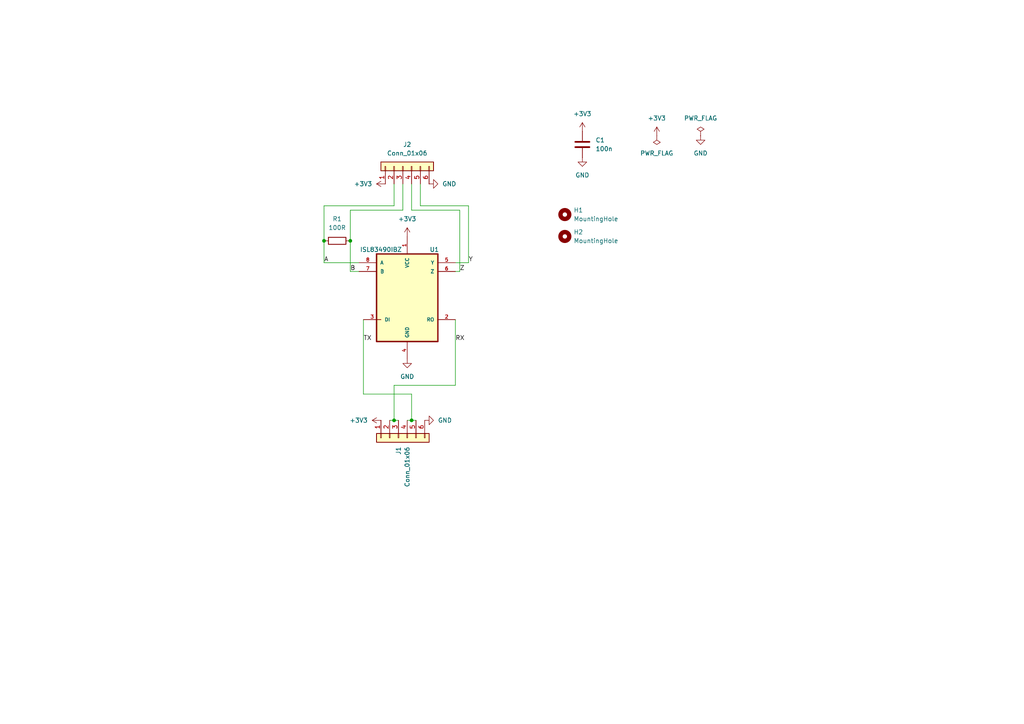
<source format=kicad_sch>
(kicad_sch (version 20231120) (generator "eeschema") (generator_version "8.0")
  (paper "A4")
  (lib_symbols
    (symbol "Connector_Generic:Conn_01x06" (pin_names (offset 1.016) hide)
      (property "Reference" "J" (at 0 7.62 0))
      (property "Value" "Conn_01x06" (at 0 -10.16 0))
      (symbol "Conn_01x06_1_1"
        (rectangle (start -1.27 -7.493) (end 0 -7.747) (stroke (width 0.1524)))
        (rectangle (start -1.27 -4.953) (end 0 -5.207) (stroke (width 0.1524)))
        (rectangle (start -1.27 -2.413) (end 0 -2.667) (stroke (width 0.1524)))
        (rectangle (start -1.27 0.127) (end 0 -0.127) (stroke (width 0.1524)))
        (rectangle (start -1.27 2.667) (end 0 2.413) (stroke (width 0.1524)))
        (rectangle (start -1.27 5.207) (end 0 4.953) (stroke (width 0.1524)))
        (rectangle (start -1.27 6.35) (end 1.27 -8.89) (stroke (width 0.254)) (fill (type background)))
        (pin passive line (at -5.08 5.08 0) (length 3.81) (name "Pin_1") (number "1"))
        (pin passive line (at -5.08 2.54 0) (length 3.81) (name "Pin_2") (number "2"))
        (pin passive line (at -5.08 0 0) (length 3.81) (name "Pin_3") (number "3"))
        (pin passive line (at -5.08 -2.54 0) (length 3.81) (name "Pin_4") (number "4"))
        (pin passive line (at -5.08 -5.08 0) (length 3.81) (name "Pin_5") (number "5"))
        (pin passive line (at -5.08 -7.62 0) (length 3.81) (name "Pin_6") (number "6"))
      )
    )
    (symbol "Device:C" (pin_numbers hide) (pin_names (offset 0.254))
      (property "Reference" "C" (at 0.635 2.54 0))
      (property "Value" "C" (at 0.635 -2.54 0))
      (symbol "C_0_1"
        (polyline (pts (xy -2.032 -0.762) (xy 2.032 -0.762)) (stroke (width 0.508)))
        (polyline (pts (xy -2.032 0.762) (xy 2.032 0.762)) (stroke (width 0.508)))
      )
      (symbol "C_1_1"
        (pin passive line (at 0 3.81 270) (length 2.794) (name "~") (number "1"))
        (pin passive line (at 0 -3.81 90) (length 2.794) (name "~") (number "2"))
      )
    )
    (symbol "Device:R" (pin_numbers hide) (pin_names (offset 0))
      (property "Reference" "R" (at 2.032 0 90))
      (property "Value" "R" (at 0 0 90))
      (symbol "R_0_1"
        (rectangle (start -1.016 -2.54) (end 1.016 2.54) (stroke (width 0.254)))
      )
      (symbol "R_1_1"
        (pin passive line (at 0 3.81 270) (length 1.27) (name "~") (number "1"))
        (pin passive line (at 0 -3.81 90) (length 1.27) (name "~") (number "2"))
      )
    )
    (symbol "Mechanical:MountingHole" (pin_names (offset 1.016)) (exclude_from_sim yes) (in_bom no)
      (property "Reference" "H" (at 0 5.08 0))
      (property "Value" "MountingHole" (at 0 3.175 0))
      (symbol "MountingHole_0_1"
        (circle (center 0 0) (radius 1.27) (stroke (width 1.27)))
      )
    )
    (symbol "local:ISL83490IBZ" (pin_names (offset 1.016))
      (property "Reference" "U" (at -7.6224 12.704 0))
      (property "Value" "ISL83490IBZ" (at -12.446 -15.24 0))
      (symbol "ISL83490IBZ_0_0"
        (rectangle (start -7.62 12.7) (end 10.16 -12.7) (stroke (width 0.41)) (fill (type background)))
        (pin power_in line (at 1.27 17.78 270) (length 5.08) (name "VCC") (number "1"))
        (pin output line (at 15.24 -6.35 180) (length 5.08) (name "RO") (number "2"))
        (pin input line (at -11.43 -6.35 0) (length 5.08) (name "DI") (number "3"))
        (pin power_in line (at 1.27 -17.78 90) (length 5.08) (name "GND") (number "4"))
        (pin output line (at 15.24 10.16 180) (length 5.08) (name "Y") (number "5"))
        (pin output line (at 15.24 7.62 180) (length 5.08) (name "Z") (number "6"))
        (pin input line (at -12.7 7.62 0) (length 5.08) (name "B") (number "7"))
        (pin input line (at -12.7 10.16 0) (length 5.08) (name "A") (number "8"))
      )
    )
    (symbol "power:+3V3" (power) (pin_numbers hide) (pin_names (offset 0) hide)
      (property "Value" "+3V3" (at 0 3.556 0))
      (symbol "+3V3_0_1"
        (polyline (pts (xy -0.762 1.27) (xy 0 2.54)))
        (polyline (pts (xy 0 0) (xy 0 2.54)))
        (polyline (pts (xy 0 2.54) (xy 0.762 1.27)))
      )
      (symbol "+3V3_1_1"
        (pin power_in line (at 0 0 90) (length 0) (name "~") (number "1"))
      )
    )
    (symbol "power:GND" (power) (pin_numbers hide) (pin_names (offset 0) hide)
      (property "Value" "GND" (at 0 -3.81 0))
      (symbol "GND_0_1"
        (polyline (pts (xy 0 0) (xy 0 -1.27) (xy 1.27 -1.27) (xy 0 -2.54) (xy -1.27 -1.27) (xy 0 -1.27)))
      )
      (symbol "GND_1_1"
        (pin power_in line (at 0 0 270) (length 0) (name "~") (number "1"))
      )
    )
    (symbol "power:PWR_FLAG" (power) (pin_numbers hide) (pin_names (offset 0) hide)
      (property "Value" "PWR_FLAG" (at 0 3.81 0))
      (symbol "PWR_FLAG_0_0"
        (pin power_out line (at 0 0 90) (length 0) (name "~") (number "1"))
      )
      (symbol "PWR_FLAG_0_1"
        (polyline (pts (xy 0 0) (xy 0 1.27) (xy -1.016 1.905) (xy 0 2.54) (xy 1.016 1.905) (xy 0 1.27)))
      )
    )
  )
  (junction (at 93.98 69.85))
  (junction (at 119.38 121.92))
  (junction (at 114.3 121.92))
  (junction (at 101.6 69.85))
  (wire (pts (xy 121.92 53.34) (xy 121.92 59.69)))
  (wire (pts (xy 101.6 78.74) (xy 104.14 78.74)))
  (wire (pts (xy 135.89 59.69) (xy 135.89 76.2)))
  (wire (pts (xy 101.6 69.85) (xy 101.6 78.74)))
  (wire (pts (xy 114.3 111.76) (xy 132.08 111.76)))
  (wire (pts (xy 132.08 78.74) (xy 133.35 78.74)))
  (wire (pts (xy 114.3 121.92) (xy 115.57 121.92)))
  (wire (pts (xy 105.41 114.3) (xy 119.38 114.3)))
  (wire (pts (xy 132.08 92.71) (xy 132.08 111.76)))
  (wire (pts (xy 133.35 60.96) (xy 133.35 78.74)))
  (wire (pts (xy 101.6 60.96) (xy 101.6 69.85)))
  (wire (pts (xy 116.84 53.34) (xy 116.84 60.96)))
  (wire (pts (xy 113.03 121.92) (xy 114.3 121.92)))
  (wire (pts (xy 114.3 59.69) (xy 93.98 59.69)))
  (wire (pts (xy 93.98 69.85) (xy 93.98 76.2)))
  (wire (pts (xy 118.11 121.92) (xy 119.38 121.92)))
  (wire (pts (xy 116.84 60.96) (xy 101.6 60.96)))
  (wire (pts (xy 114.3 53.34) (xy 114.3 59.69)))
  (wire (pts (xy 105.41 92.71) (xy 105.41 114.3)))
  (wire (pts (xy 121.92 59.69) (xy 135.89 59.69)))
  (wire (pts (xy 93.98 76.2) (xy 104.14 76.2)))
  (wire (pts (xy 114.3 111.76) (xy 114.3 121.92)))
  (wire (pts (xy 119.38 114.3) (xy 119.38 121.92)))
  (wire (pts (xy 119.38 53.34) (xy 119.38 60.96)))
  (wire (pts (xy 119.38 60.96) (xy 133.35 60.96)))
  (wire (pts (xy 119.38 121.92) (xy 120.65 121.92)))
  (wire (pts (xy 132.08 76.2) (xy 135.89 76.2)))
  (wire (pts (xy 93.98 59.69) (xy 93.98 69.85)))
  (label "TX" (at 105.41 99.06 0))
  (label "B" (at 101.6 78.74 0))
  (label "Y" (at 135.89 76.2 0))
  (label "A" (at 93.98 76.2 0))
  (label "Z" (at 133.35 78.74 0))
  (label "RX" (at 132.08 99.06 0))
  (symbol (lib_id "local:ISL83490IBZ") (at 116.84 86.36 0) (unit 1)
    (property "Reference" "U1" (at 125.984 72.39 0))
    (property "Value" "ISL83490IBZ" (at 110.49 72.39 0))
    (property "Footprint" "Package_SO:SOIC-8_3.9x4.9mm_P1.27mm" (effects (hide yes)))
  )
  (symbol (lib_id "power:+3V3") (at 118.11 68.58 0) (unit 1)
    (property "Reference" "#PWR02" (effects (hide yes)))
    (property "Value" "+3V3" (at 118.11 63.5 0))
    (property "Description" "Power symbol creates a global label with name \"+3V3\"" (effects (hide yes)))
  )
  (symbol (lib_id "power:+3V3") (at 111.76 53.34 90) (unit 1)
    (property "Reference" "#PWR07" (effects (hide yes)))
    (property "Value" "+3V3" (at 107.95 53.3399 90) (effects (justify left)))
    (property "Description" "Power symbol creates a global label with name \"+3V3\"" (effects (hide yes)))
  )
  (symbol (lib_id "power:+3V3") (at 110.49 121.92 90) (unit 1)
    (property "Reference" "#PWR06" (effects (hide yes)))
    (property "Value" "+3V3" (at 106.68 121.9199 90) (effects (justify left)))
    (property "Description" "Power symbol creates a global label with name \"+3V3\"" (effects (hide yes)))
  )
  (symbol (lib_id "power:PWR_FLAG") (at 203.2 39.37 0) (unit 1)
    (property "Reference" "#FLG02" (effects (hide yes)))
    (property "Value" "PWR_FLAG" (at 203.2 34.29 0))
    (property "Description" "Special symbol for telling ERC where power comes from" (effects (hide yes)))
  )
  (symbol (lib_id "power:+3V3") (at 190.5 39.37 0) (unit 1)
    (property "Reference" "#PWR09" (effects (hide yes)))
    (property "Value" "+3V3" (at 190.5 34.29 0))
    (property "Description" "Power symbol creates a global label with name \"+3V3\"" (effects (hide yes)))
  )
  (symbol (lib_id "power:GND") (at 123.19 121.92 90) (unit 1)
    (property "Reference" "#PWR05" (effects (hide yes)))
    (property "Value" "GND" (at 127 121.9199 90) (effects (justify right)))
    (property "Description" "Power symbol creates a global label with name \"GND\" , ground" (effects (hide yes)))
  )
  (symbol (lib_id "power:+3V3") (at 168.91 38.1 0) (unit 1)
    (property "Reference" "#PWR03" (effects (hide yes)))
    (property "Value" "+3V3" (at 168.91 33.02 0))
    (property "Description" "Power symbol creates a global label with name \"+3V3\"" (effects (hide yes)))
  )
  (symbol (lib_id "power:GND") (at 124.46 53.34 90) (unit 1)
    (property "Reference" "#PWR08" (effects (hide yes)))
    (property "Value" "GND" (at 128.27 53.3399 90) (effects (justify right)))
    (property "Description" "Power symbol creates a global label with name \"GND\" , ground" (effects (hide yes)))
  )
  (symbol (lib_id "Device:R") (at 97.79 69.85 270) (unit 1)
    (property "Reference" "R1" (at 97.79 63.5 90))
    (property "Value" "100R" (at 97.79 66.04 90))
    (property "Footprint" "Resistor_SMD:R_0603_1608Metric_Pad0.98x0.95mm_HandSolder" (effects (hide yes)))
    (property "Description" "Resistor" (effects (hide yes)))
  )
  (symbol (lib_id "Mechanical:MountingHole") (at 163.83 62.23 0) (unit 1) (exclude_from_sim yes) (in_bom no)
    (property "Reference" "H1" (at 166.37 60.9599 0) (effects (justify left)))
    (property "Value" "MountingHole" (at 166.37 63.4999 0) (effects (justify left)))
    (property "Footprint" "MountingHole:MountingHole_3.2mm_M3" (effects (hide yes)))
    (property "Description" "Mounting Hole without connection" (effects (hide yes)))
  )
  (symbol (lib_id "Device:C") (at 168.91 41.91 0) (unit 1)
    (property "Reference" "C1" (at 172.72 40.6399 0) (effects (justify left)))
    (property "Value" "100n" (at 172.72 43.1799 0) (effects (justify left)))
    (property "Footprint" "Capacitor_SMD:C_0603_1608Metric_Pad1.08x0.95mm_HandSolder" (effects (hide yes)))
    (property "Description" "Unpolarized capacitor" (effects (hide yes)))
  )
  (symbol (lib_id "Connector_Generic:Conn_01x06") (at 116.84 48.26 90) (unit 1)
    (property "Reference" "J2" (at 118.11 41.91 90))
    (property "Value" "Conn_01x06" (at 118.11 44.45 90))
    (property "Footprint" "Connector_PinHeader_2.54mm:PinHeader_1x06_P2.54mm_Horizontal" (effects (hide yes)))
    (property "Description" "Generic connector, single row, 01x06, script generated (kicad-library-utils/schlib/autogen/connector/)" (effects (hide yes)))
  )
  (symbol (lib_id "Connector_Generic:Conn_01x06") (at 115.57 127 90) (mirror x) (unit 1)
    (property "Reference" "J1" (at 115.5699 129.54 0) (effects (justify left)))
    (property "Value" "Conn_01x06" (at 118.1099 129.54 0) (effects (justify left)))
    (property "Footprint" "Connector_PinSocket_2.54mm:PinSocket_1x06_P2.54mm_Horizontal" (effects (hide yes)))
    (property "Description" "Generic connector, single row, 01x06, script generated (kicad-library-utils/schlib/autogen/connector/)" (effects (hide yes)))
  )
  (symbol (lib_id "power:PWR_FLAG") (at 190.5 39.37 180) (unit 1)
    (property "Reference" "#FLG01" (effects (hide yes)))
    (property "Value" "PWR_FLAG" (at 190.5 44.45 0))
    (property "Description" "Special symbol for telling ERC where power comes from" (effects (hide yes)))
  )
  (symbol (lib_id "power:GND") (at 168.91 45.72 0) (unit 1)
    (property "Reference" "#PWR04" (effects (hide yes)))
    (property "Value" "GND" (at 168.91 50.8 0))
    (property "Description" "Power symbol creates a global label with name \"GND\" , ground" (effects (hide yes)))
  )
  (symbol (lib_id "power:GND") (at 203.2 39.37 0) (unit 1)
    (property "Reference" "#PWR010" (effects (hide yes)))
    (property "Value" "GND" (at 203.2 44.45 0))
    (property "Description" "Power symbol creates a global label with name \"GND\" , ground" (effects (hide yes)))
  )
  (symbol (lib_id "Mechanical:MountingHole") (at 163.83 68.58 0) (unit 1) (exclude_from_sim yes) (in_bom no)
    (property "Reference" "H2" (at 166.37 67.3099 0) (effects (justify left)))
    (property "Value" "MountingHole" (at 166.37 69.8499 0) (effects (justify left)))
    (property "Footprint" "MountingHole:MountingHole_3.2mm_M3" (effects (hide yes)))
    (property "Description" "Mounting Hole without connection" (effects (hide yes)))
  )
  (symbol (lib_id "power:GND") (at 118.11 104.14 0) (unit 1)
    (property "Reference" "#PWR01" (effects (hide yes)))
    (property "Value" "GND" (at 118.11 109.22 0))
    (property "Description" "Power symbol creates a global label with name \"GND\" , ground" (effects (hide yes)))
  )
)
</source>
